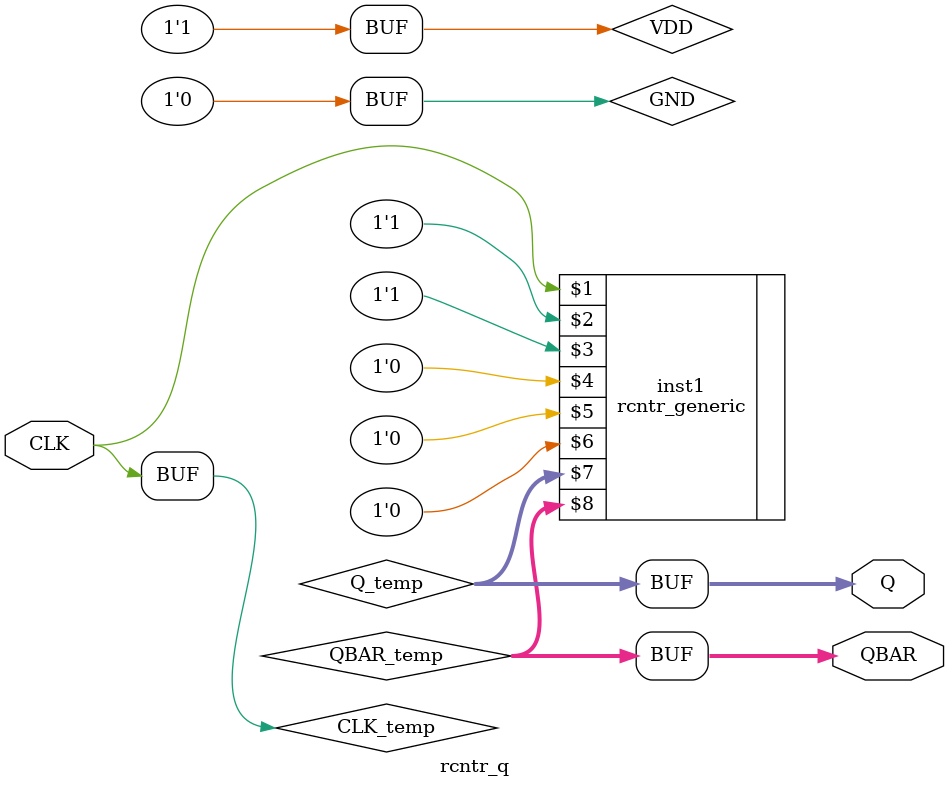
<source format=v>
module rcntr_q(CLK,Q,QBAR);
  parameter N = 8;
  parameter DPFLAG = 1;
  parameter GROUP = "dpath1";
  parameter
        d_CLK_r = 0,
        d_CLK_f = 0,
        d_Q = 1,
        d_QBAR = 1;
  input  CLK;
  output [(N - 1):0] Q;
  output [(N - 1):0] QBAR;
  wire  CLK_temp;
  wire [(N - 1):0] Q_temp;
  wire [(N - 1):0] QBAR_temp;
  supply0  GND;
  supply1  VDD;
  assign #(d_CLK_r,d_CLK_f) CLK_temp = CLK;
  assign #(d_Q) Q = Q_temp;
  assign #(d_QBAR) QBAR = QBAR_temp;
  rcntr_generic #(N) inst1 (CLK_temp,VDD,VDD,GND,GND,GND,Q_temp,QBAR_temp);
endmodule

</source>
